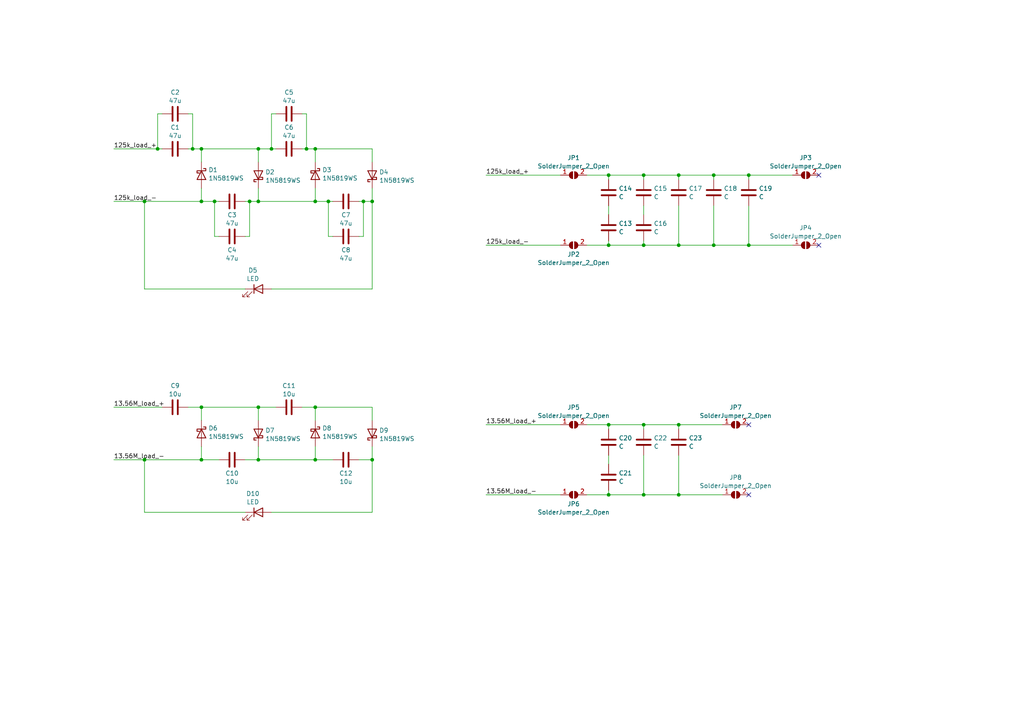
<source format=kicad_sch>
(kicad_sch (version 20230121) (generator eeschema)
  (paper "A4")
  (lib_symbols
    (symbol "Device:C" (pin_numbers hide) (pin_names (offset 0.254))
      (property "Reference" "C" (at 0.635 2.54 0))
      (property "Value" "C" (at 0.635 -2.54 0))
      (symbol "C_0_1"
        (polyline (pts (xy -2.032 -0.762) (xy 2.032 -0.762)) (stroke (width 0.508)))
        (polyline (pts (xy -2.032 0.762) (xy 2.032 0.762)) (stroke (width 0.508)))
      )
      (symbol "C_1_1"
        (pin passive line (at 0 3.81 270) (length 2.794) (name "~") (number "1"))
        (pin passive line (at 0 -3.81 90) (length 2.794) (name "~") (number "2"))
      )
    )
    (symbol "Device:LED" (pin_numbers hide) (pin_names (offset 1.016) hide)
      (property "Reference" "D" (at 0 2.54 0))
      (property "Value" "LED" (at 0 -2.54 0))
      (symbol "LED_0_1"
        (polyline (pts (xy -1.27 -1.27) (xy -1.27 1.27)) (stroke (width 0.254)))
        (polyline (pts (xy -1.27 0) (xy 1.27 0)))
        (polyline (pts (xy 1.27 -1.27) (xy 1.27 1.27) (xy -1.27 0) (xy 1.27 -1.27)) (stroke (width 0.254)))
        (polyline (pts (xy -3.048 -0.762) (xy -4.572 -2.286) (xy -3.81 -2.286) (xy -4.572 -2.286) (xy -4.572 -1.524)))
        (polyline (pts (xy -1.778 -0.762) (xy -3.302 -2.286) (xy -2.54 -2.286) (xy -3.302 -2.286) (xy -3.302 -1.524)))
      )
      (symbol "LED_1_1"
        (pin passive line (at -3.81 0 0) (length 2.54) (name "K") (number "1"))
        (pin passive line (at 3.81 0 180) (length 2.54) (name "A") (number "2"))
      )
    )
    (symbol "Diode:1N5819WS" (pin_numbers hide) (pin_names (offset 1.016) hide)
      (property "Reference" "D" (at 0 2.54 0))
      (property "Value" "1N5819WS" (at 0 -2.54 0))
      (symbol "1N5819WS_0_1"
        (polyline (pts (xy 1.27 0) (xy -1.27 0)))
        (polyline (pts (xy 1.27 1.27) (xy 1.27 -1.27) (xy -1.27 0) (xy 1.27 1.27)) (stroke (width 0.254)))
        (polyline (pts (xy -1.905 0.635) (xy -1.905 1.27) (xy -1.27 1.27) (xy -1.27 -1.27) (xy -0.635 -1.27) (xy -0.635 -0.635)) (stroke (width 0.254)))
      )
      (symbol "1N5819WS_1_1"
        (pin passive line (at -3.81 0 0) (length 2.54) (name "K") (number "1"))
        (pin passive line (at 3.81 0 180) (length 2.54) (name "A") (number "2"))
      )
    )
    (symbol "Jumper:SolderJumper_2_Open" (pin_names (offset 0) hide)
      (property "Reference" "JP" (at 0 2.032 0))
      (property "Value" "SolderJumper_2_Open" (at 0 -2.54 0))
      (symbol "SolderJumper_2_Open_0_1"
        (arc (start -0.254 1.016) (mid -1.2656 0) (end -0.254 -1.016))
        (arc (start -0.254 1.016) (mid -1.2656 0) (end -0.254 -1.016) (fill (type outline)))
        (polyline (pts (xy -0.254 1.016) (xy -0.254 -1.016)))
        (polyline (pts (xy 0.254 1.016) (xy 0.254 -1.016)))
        (arc (start 0.254 -1.016) (mid 1.2656 0) (end 0.254 1.016))
        (arc (start 0.254 -1.016) (mid 1.2656 0) (end 0.254 1.016) (fill (type outline)))
      )
      (symbol "SolderJumper_2_Open_1_1"
        (pin passive line (at -3.81 0 0) (length 2.54) (name "A") (number "1"))
        (pin passive line (at 3.81 0 180) (length 2.54) (name "B") (number "2"))
      )
    )
  )
  (junction (at 95.25 58.42))
  (junction (at 186.69 143.51))
  (junction (at 176.53 143.51))
  (junction (at 217.17 50.8))
  (junction (at 196.85 71.12))
  (junction (at 91.44 118.11))
  (junction (at 91.44 43.18))
  (junction (at 207.01 71.12))
  (junction (at 207.01 50.8))
  (junction (at 41.91 58.42))
  (junction (at 62.23 58.42))
  (junction (at 186.69 123.19))
  (junction (at 186.69 71.12))
  (junction (at 58.42 118.11))
  (junction (at 74.93 133.35))
  (junction (at 217.17 71.12))
  (junction (at 107.95 133.35))
  (junction (at 176.53 123.19))
  (junction (at 45.72 43.18))
  (junction (at 107.95 58.42))
  (junction (at 58.42 43.18))
  (junction (at 176.53 71.12))
  (junction (at 88.9 43.18))
  (junction (at 74.93 118.11))
  (junction (at 58.42 133.35))
  (junction (at 74.93 43.18))
  (junction (at 196.85 50.8))
  (junction (at 74.93 58.42))
  (junction (at 196.85 143.51))
  (junction (at 186.69 50.8))
  (junction (at 72.39 58.42))
  (junction (at 91.44 58.42))
  (junction (at 91.44 133.35))
  (junction (at 196.85 123.19))
  (junction (at 55.88 43.18))
  (junction (at 105.41 58.42))
  (junction (at 176.53 50.8))
  (junction (at 58.42 58.42))
  (junction (at 78.74 43.18))
  (junction (at 41.91 133.35))
  (no_connect (at 237.49 50.8))
  (no_connect (at 217.17 123.19))
  (no_connect (at 237.49 71.12))
  (no_connect (at 217.17 143.51))
  (wire (pts (xy 96.52 58.42) (xy 95.25 58.42)))
  (wire (pts (xy 107.95 58.42) (xy 107.95 83.82)))
  (wire (pts (xy 58.42 129.54) (xy 58.42 133.35)))
  (wire (pts (xy 217.17 71.12) (xy 229.87 71.12)))
  (wire (pts (xy 140.97 123.19) (xy 162.56 123.19)))
  (wire (pts (xy 95.25 68.58) (xy 95.25 58.42)))
  (wire (pts (xy 46.99 43.18) (xy 45.72 43.18)))
  (wire (pts (xy 186.69 123.19) (xy 196.85 123.19)))
  (wire (pts (xy 196.85 59.69) (xy 196.85 71.12)))
  (wire (pts (xy 58.42 46.99) (xy 58.42 43.18)))
  (wire (pts (xy 207.01 71.12) (xy 196.85 71.12)))
  (wire (pts (xy 58.42 118.11) (xy 74.93 118.11)))
  (wire (pts (xy 196.85 123.19) (xy 196.85 124.46)))
  (wire (pts (xy 96.52 68.58) (xy 95.25 68.58)))
  (wire (pts (xy 91.44 58.42) (xy 91.44 54.61)))
  (wire (pts (xy 74.93 46.99) (xy 74.93 43.18)))
  (wire (pts (xy 107.95 148.59) (xy 78.74 148.59)))
  (wire (pts (xy 33.02 43.18) (xy 45.72 43.18)))
  (wire (pts (xy 74.93 43.18) (xy 78.74 43.18)))
  (wire (pts (xy 217.17 59.69) (xy 217.17 71.12)))
  (wire (pts (xy 186.69 50.8) (xy 186.69 52.07)))
  (wire (pts (xy 186.69 143.51) (xy 196.85 143.51)))
  (wire (pts (xy 87.63 43.18) (xy 88.9 43.18)))
  (wire (pts (xy 33.02 118.11) (xy 46.99 118.11)))
  (wire (pts (xy 107.95 43.18) (xy 91.44 43.18)))
  (wire (pts (xy 104.14 68.58) (xy 105.41 68.58)))
  (wire (pts (xy 33.02 58.42) (xy 41.91 58.42)))
  (wire (pts (xy 186.69 123.19) (xy 186.69 124.46)))
  (wire (pts (xy 55.88 33.02) (xy 55.88 43.18)))
  (wire (pts (xy 91.44 133.35) (xy 96.52 133.35)))
  (wire (pts (xy 140.97 50.8) (xy 162.56 50.8)))
  (wire (pts (xy 176.53 59.69) (xy 176.53 62.23)))
  (wire (pts (xy 54.61 43.18) (xy 55.88 43.18)))
  (wire (pts (xy 107.95 83.82) (xy 78.74 83.82)))
  (wire (pts (xy 46.99 33.02) (xy 45.72 33.02)))
  (wire (pts (xy 74.93 133.35) (xy 91.44 133.35)))
  (wire (pts (xy 196.85 50.8) (xy 196.85 52.07)))
  (wire (pts (xy 74.93 58.42) (xy 91.44 58.42)))
  (wire (pts (xy 41.91 58.42) (xy 58.42 58.42)))
  (wire (pts (xy 176.53 50.8) (xy 176.53 52.07)))
  (wire (pts (xy 87.63 118.11) (xy 91.44 118.11)))
  (wire (pts (xy 54.61 118.11) (xy 58.42 118.11)))
  (wire (pts (xy 207.01 50.8) (xy 207.01 52.07)))
  (wire (pts (xy 140.97 71.12) (xy 162.56 71.12)))
  (wire (pts (xy 217.17 50.8) (xy 229.87 50.8)))
  (wire (pts (xy 170.18 71.12) (xy 176.53 71.12)))
  (wire (pts (xy 71.12 58.42) (xy 72.39 58.42)))
  (wire (pts (xy 186.69 132.08) (xy 186.69 143.51)))
  (wire (pts (xy 72.39 58.42) (xy 74.93 58.42)))
  (wire (pts (xy 74.93 58.42) (xy 74.93 54.61)))
  (wire (pts (xy 71.12 133.35) (xy 74.93 133.35)))
  (wire (pts (xy 62.23 68.58) (xy 62.23 58.42)))
  (wire (pts (xy 186.69 71.12) (xy 196.85 71.12)))
  (wire (pts (xy 186.69 59.69) (xy 186.69 62.23)))
  (wire (pts (xy 176.53 123.19) (xy 176.53 124.46)))
  (wire (pts (xy 176.53 50.8) (xy 186.69 50.8)))
  (wire (pts (xy 207.01 50.8) (xy 217.17 50.8)))
  (wire (pts (xy 72.39 68.58) (xy 72.39 58.42)))
  (wire (pts (xy 170.18 143.51) (xy 176.53 143.51)))
  (wire (pts (xy 74.93 118.11) (xy 80.01 118.11)))
  (wire (pts (xy 107.95 46.99) (xy 107.95 43.18)))
  (wire (pts (xy 58.42 43.18) (xy 74.93 43.18)))
  (wire (pts (xy 107.95 133.35) (xy 107.95 129.54)))
  (wire (pts (xy 87.63 33.02) (xy 88.9 33.02)))
  (wire (pts (xy 80.01 33.02) (xy 78.74 33.02)))
  (wire (pts (xy 63.5 68.58) (xy 62.23 68.58)))
  (wire (pts (xy 105.41 68.58) (xy 105.41 58.42)))
  (wire (pts (xy 41.91 148.59) (xy 41.91 133.35)))
  (wire (pts (xy 107.95 118.11) (xy 91.44 118.11)))
  (wire (pts (xy 95.25 58.42) (xy 91.44 58.42)))
  (wire (pts (xy 186.69 69.85) (xy 186.69 71.12)))
  (wire (pts (xy 196.85 132.08) (xy 196.85 143.51)))
  (wire (pts (xy 140.97 143.51) (xy 162.56 143.51)))
  (wire (pts (xy 207.01 59.69) (xy 207.01 71.12)))
  (wire (pts (xy 78.74 33.02) (xy 78.74 43.18)))
  (wire (pts (xy 107.95 121.92) (xy 107.95 118.11)))
  (wire (pts (xy 71.12 68.58) (xy 72.39 68.58)))
  (wire (pts (xy 176.53 143.51) (xy 186.69 143.51)))
  (wire (pts (xy 196.85 143.51) (xy 209.55 143.51)))
  (wire (pts (xy 217.17 52.07) (xy 217.17 50.8)))
  (wire (pts (xy 176.53 123.19) (xy 186.69 123.19)))
  (wire (pts (xy 41.91 83.82) (xy 41.91 58.42)))
  (wire (pts (xy 33.02 133.35) (xy 41.91 133.35)))
  (wire (pts (xy 104.14 58.42) (xy 105.41 58.42)))
  (wire (pts (xy 78.74 43.18) (xy 80.01 43.18)))
  (wire (pts (xy 91.44 43.18) (xy 91.44 46.99)))
  (wire (pts (xy 55.88 43.18) (xy 58.42 43.18)))
  (wire (pts (xy 105.41 58.42) (xy 107.95 58.42)))
  (wire (pts (xy 74.93 121.92) (xy 74.93 118.11)))
  (wire (pts (xy 91.44 118.11) (xy 91.44 121.92)))
  (wire (pts (xy 41.91 133.35) (xy 58.42 133.35)))
  (wire (pts (xy 107.95 58.42) (xy 107.95 54.61)))
  (wire (pts (xy 176.53 132.08) (xy 176.53 134.62)))
  (wire (pts (xy 107.95 133.35) (xy 107.95 148.59)))
  (wire (pts (xy 45.72 33.02) (xy 45.72 43.18)))
  (wire (pts (xy 186.69 50.8) (xy 196.85 50.8)))
  (wire (pts (xy 62.23 58.42) (xy 63.5 58.42)))
  (wire (pts (xy 170.18 123.19) (xy 176.53 123.19)))
  (wire (pts (xy 58.42 54.61) (xy 58.42 58.42)))
  (wire (pts (xy 217.17 71.12) (xy 207.01 71.12)))
  (wire (pts (xy 58.42 58.42) (xy 62.23 58.42)))
  (wire (pts (xy 88.9 33.02) (xy 88.9 43.18)))
  (wire (pts (xy 58.42 121.92) (xy 58.42 118.11)))
  (wire (pts (xy 170.18 50.8) (xy 176.53 50.8)))
  (wire (pts (xy 71.12 148.59) (xy 41.91 148.59)))
  (wire (pts (xy 176.53 71.12) (xy 186.69 71.12)))
  (wire (pts (xy 58.42 133.35) (xy 63.5 133.35)))
  (wire (pts (xy 71.12 83.82) (xy 41.91 83.82)))
  (wire (pts (xy 88.9 43.18) (xy 91.44 43.18)))
  (wire (pts (xy 196.85 123.19) (xy 209.55 123.19)))
  (wire (pts (xy 104.14 133.35) (xy 107.95 133.35)))
  (wire (pts (xy 74.93 133.35) (xy 74.93 129.54)))
  (wire (pts (xy 196.85 50.8) (xy 207.01 50.8)))
  (wire (pts (xy 91.44 133.35) (xy 91.44 129.54)))
  (wire (pts (xy 176.53 69.85) (xy 176.53 71.12)))
  (wire (pts (xy 176.53 142.24) (xy 176.53 143.51)))
  (wire (pts (xy 54.61 33.02) (xy 55.88 33.02)))
  (label "13.56M_load_-" (at 140.97 143.51 0))
  (label "13.56M_load_+" (at 140.97 123.19 0))
  (label "125k_load_-" (at 33.02 58.42 0))
  (label "125k_load_+" (at 140.97 50.8 0))
  (label "125k_load_-" (at 140.97 71.12 0))
  (label "125k_load_+" (at 33.02 43.18 0))
  (label "13.56M_load_-" (at 33.02 133.35 0))
  (label "13.56M_load_+" (at 33.02 118.11 0))
  (symbol (lib_id "Device:C") (at 217.17 55.88 180) (unit 1)
    (property "Reference" "C19" (at 220.091 54.6679 0) (effects (justify right)))
    (property "Value" "C" (at 220.091 57.0921 0) (effects (justify right)))
    (property "Footprint" "Capacitor_SMD:C_0603_1608Metric_Pad1.08x0.95mm_HandSolder" (effects hide))
  )
  (symbol (lib_id "Device:C") (at 50.8 33.02 90) (unit 1)
    (property "Reference" "C2" (at 50.8 26.7858 90))
    (property "Value" "47u" (at 50.8 29.21 90))
    (property "Footprint" "Capacitor_SMD:C_0603_1608Metric_Pad1.08x0.95mm_HandSolder" (effects hide))
  )
  (symbol (lib_id "Jumper:SolderJumper_2_Open") (at 233.68 71.12 0) (unit 1)
    (property "Reference" "JP4" (at 233.68 66.0867 0))
    (property "Value" "SolderJumper_2_Open" (at 233.68 68.5109 0))
    (property "Footprint" "Jumper:SolderJumper-2_P1.3mm_Open_RoundedPad1.0x1.5mm" (effects hide))
  )
  (symbol (lib_id "Jumper:SolderJumper_2_Open") (at 166.37 50.8 0) (unit 1)
    (property "Reference" "JP1" (at 166.37 45.7667 0))
    (property "Value" "SolderJumper_2_Open" (at 166.37 48.1909 0))
    (property "Footprint" "Jumper:SolderJumper-2_P1.3mm_Open_RoundedPad1.0x1.5mm" (effects hide))
  )
  (symbol (lib_id "Device:C") (at 186.69 128.27 0) (unit 1)
    (property "Reference" "C22" (at 189.611 127.0579 0) (effects (justify left)))
    (property "Value" "C" (at 189.611 129.4821 0) (effects (justify left)))
    (property "Footprint" "Capacitor_SMD:C_0603_1608Metric_Pad1.08x0.95mm_HandSolder" (effects hide))
  )
  (symbol (lib_id "Diode:1N5819WS") (at 74.93 125.73 90) (unit 1)
    (property "Reference" "D7" (at 76.962 124.8354 90) (effects (justify right)))
    (property "Value" "1N5819WS" (at 76.962 127.2596 90) (effects (justify right)))
    (property "Footprint" "Diode_SMD:D_SOD-323_HandSoldering" (effects hide))
    (property "Datasheet" "https://datasheet.lcsc.com/lcsc/2204281430_Guangdong-Hottech-1N5819WS_C191023.pdf" (effects hide))
  )
  (symbol (lib_id "Jumper:SolderJumper_2_Open") (at 213.36 123.19 0) (unit 1)
    (property "Reference" "JP7" (at 213.36 118.1567 0))
    (property "Value" "SolderJumper_2_Open" (at 213.36 120.5809 0))
    (property "Footprint" "Jumper:SolderJumper-2_P1.3mm_Open_RoundedPad1.0x1.5mm" (effects hide))
  )
  (symbol (lib_id "Device:LED") (at 74.93 148.59 0) (unit 1)
    (property "Reference" "D10" (at 73.3425 143.1757 0))
    (property "Value" "LED" (at 73.3425 145.5999 0))
    (property "Footprint" "LED_SMD:LED_0603_1608Metric_Pad1.05x0.95mm_HandSolder" (effects hide))
  )
  (symbol (lib_id "Jumper:SolderJumper_2_Open") (at 166.37 123.19 0) (unit 1)
    (property "Reference" "JP5" (at 166.37 118.1567 0))
    (property "Value" "SolderJumper_2_Open" (at 166.37 120.5809 0))
    (property "Footprint" "Jumper:SolderJumper-2_P1.3mm_Open_RoundedPad1.0x1.5mm" (effects hide))
  )
  (symbol (lib_id "Jumper:SolderJumper_2_Open") (at 166.37 71.12 0) (unit 1)
    (property "Reference" "JP2" (at 166.37 73.7758 0))
    (property "Value" "SolderJumper_2_Open" (at 166.37 76.2 0))
    (property "Footprint" "Jumper:SolderJumper-2_P1.3mm_Open_RoundedPad1.0x1.5mm" (effects hide))
  )
  (symbol (lib_id "Device:LED") (at 74.93 83.82 0) (unit 1)
    (property "Reference" "D5" (at 73.3425 78.4057 0))
    (property "Value" "LED" (at 73.3425 80.8299 0))
    (property "Footprint" "LED_SMD:LED_0603_1608Metric_Pad1.05x0.95mm_HandSolder" (effects hide))
  )
  (symbol (lib_id "Device:C") (at 196.85 55.88 180) (unit 1)
    (property "Reference" "C17" (at 199.771 54.6679 0) (effects (justify right)))
    (property "Value" "C" (at 199.771 57.0921 0) (effects (justify right)))
    (property "Footprint" "Capacitor_SMD:C_0603_1608Metric_Pad1.08x0.95mm_HandSolder" (effects hide))
  )
  (symbol (lib_id "Jumper:SolderJumper_2_Open") (at 166.37 143.51 0) (unit 1)
    (property "Reference" "JP6" (at 166.37 146.1658 0))
    (property "Value" "SolderJumper_2_Open" (at 166.37 148.59 0))
    (property "Footprint" "Jumper:SolderJumper-2_P1.3mm_Open_RoundedPad1.0x1.5mm" (effects hide))
  )
  (symbol (lib_id "Device:C") (at 83.82 33.02 90) (unit 1)
    (property "Reference" "C5" (at 83.82 26.7858 90))
    (property "Value" "47u" (at 83.82 29.21 90))
    (property "Footprint" "Capacitor_SMD:C_0603_1608Metric_Pad1.08x0.95mm_HandSolder" (effects hide))
  )
  (symbol (lib_id "Diode:1N5819WS") (at 107.95 125.73 90) (unit 1)
    (property "Reference" "D9" (at 109.982 124.8354 90) (effects (justify right)))
    (property "Value" "1N5819WS" (at 109.982 127.2596 90) (effects (justify right)))
    (property "Footprint" "Diode_SMD:D_SOD-323_HandSoldering" (effects hide))
    (property "Datasheet" "https://datasheet.lcsc.com/lcsc/2204281430_Guangdong-Hottech-1N5819WS_C191023.pdf" (effects hide))
  )
  (symbol (lib_id "Device:C") (at 176.53 55.88 180) (unit 1)
    (property "Reference" "C14" (at 179.451 54.6679 0) (effects (justify right)))
    (property "Value" "C" (at 179.451 57.0921 0) (effects (justify right)))
    (property "Footprint" "Capacitor_SMD:C_0603_1608Metric_Pad1.08x0.95mm_HandSolder" (effects hide))
  )
  (symbol (lib_id "Device:C") (at 67.31 58.42 90) (unit 1)
    (property "Reference" "C3" (at 67.31 62.3458 90))
    (property "Value" "47u" (at 67.31 64.77 90))
    (property "Footprint" "Capacitor_SMD:C_0603_1608Metric_Pad1.08x0.95mm_HandSolder" (effects hide))
  )
  (symbol (lib_id "Device:C") (at 100.33 68.58 90) (unit 1)
    (property "Reference" "C8" (at 100.33 72.5058 90))
    (property "Value" "47u" (at 100.33 74.93 90))
    (property "Footprint" "Capacitor_SMD:C_0603_1608Metric_Pad1.08x0.95mm_HandSolder" (effects hide))
  )
  (symbol (lib_id "Diode:1N5819WS") (at 58.42 50.8 270) (unit 1)
    (property "Reference" "D1" (at 60.452 49.2704 90) (effects (justify left)))
    (property "Value" "1N5819WS" (at 60.452 51.6946 90) (effects (justify left)))
    (property "Footprint" "Diode_SMD:D_SOD-323_HandSoldering" (effects hide))
    (property "Datasheet" "https://datasheet.lcsc.com/lcsc/2204281430_Guangdong-Hottech-1N5819WS_C191023.pdf" (effects hide))
  )
  (symbol (lib_id "Device:C") (at 100.33 133.35 90) (unit 1)
    (property "Reference" "C12" (at 100.33 137.2758 90))
    (property "Value" "10u" (at 100.33 139.7 90))
    (property "Footprint" "Capacitor_SMD:C_0603_1608Metric_Pad1.08x0.95mm_HandSolder" (effects hide))
  )
  (symbol (lib_id "Device:C") (at 176.53 138.43 0) (unit 1)
    (property "Reference" "C21" (at 179.451 137.2179 0) (effects (justify left)))
    (property "Value" "C" (at 179.451 139.6421 0) (effects (justify left)))
    (property "Footprint" "Capacitor_SMD:C_0603_1608Metric_Pad1.08x0.95mm_HandSolder" (effects hide))
  )
  (symbol (lib_id "Device:C") (at 50.8 43.18 90) (unit 1)
    (property "Reference" "C1" (at 50.8 36.9458 90))
    (property "Value" "47u" (at 50.8 39.37 90))
    (property "Footprint" "Capacitor_SMD:C_0603_1608Metric_Pad1.08x0.95mm_HandSolder" (effects hide))
  )
  (symbol (lib_id "Device:C") (at 100.33 58.42 90) (unit 1)
    (property "Reference" "C7" (at 100.33 62.3458 90))
    (property "Value" "47u" (at 100.33 64.77 90))
    (property "Footprint" "Capacitor_SMD:C_0603_1608Metric_Pad1.08x0.95mm_HandSolder" (effects hide))
  )
  (symbol (lib_id "Jumper:SolderJumper_2_Open") (at 213.36 143.51 0) (unit 1)
    (property "Reference" "JP8" (at 213.36 138.4767 0))
    (property "Value" "SolderJumper_2_Open" (at 213.36 140.9009 0))
    (property "Footprint" "Jumper:SolderJumper-2_P1.3mm_Open_RoundedPad1.0x1.5mm" (effects hide))
  )
  (symbol (lib_id "Diode:1N5819WS") (at 74.93 50.8 90) (unit 1)
    (property "Reference" "D2" (at 76.962 49.9054 90) (effects (justify right)))
    (property "Value" "1N5819WS" (at 76.962 52.3296 90) (effects (justify right)))
    (property "Footprint" "Diode_SMD:D_SOD-323_HandSoldering" (effects hide))
    (property "Datasheet" "https://datasheet.lcsc.com/lcsc/2204281430_Guangdong-Hottech-1N5819WS_C191023.pdf" (effects hide))
  )
  (symbol (lib_id "Device:C") (at 67.31 133.35 90) (unit 1)
    (property "Reference" "C10" (at 67.31 137.2758 90))
    (property "Value" "10u" (at 67.31 139.7 90))
    (property "Footprint" "Capacitor_SMD:C_0603_1608Metric_Pad1.08x0.95mm_HandSolder" (effects hide))
  )
  (symbol (lib_id "Diode:1N5819WS") (at 91.44 50.8 270) (unit 1)
    (property "Reference" "D3" (at 93.472 49.2704 90) (effects (justify left)))
    (property "Value" "1N5819WS" (at 93.472 51.6946 90) (effects (justify left)))
    (property "Footprint" "Diode_SMD:D_SOD-323_HandSoldering" (effects hide))
    (property "Datasheet" "https://datasheet.lcsc.com/lcsc/2204281430_Guangdong-Hottech-1N5819WS_C191023.pdf" (effects hide))
  )
  (symbol (lib_id "Jumper:SolderJumper_2_Open") (at 233.68 50.8 0) (unit 1)
    (property "Reference" "JP3" (at 233.68 45.7667 0))
    (property "Value" "SolderJumper_2_Open" (at 233.68 48.1909 0))
    (property "Footprint" "Jumper:SolderJumper-2_P1.3mm_Open_RoundedPad1.0x1.5mm" (effects hide))
  )
  (symbol (lib_id "Device:C") (at 67.31 68.58 90) (unit 1)
    (property "Reference" "C4" (at 67.31 72.5058 90))
    (property "Value" "47u" (at 67.31 74.93 90))
    (property "Footprint" "Capacitor_SMD:C_0603_1608Metric_Pad1.08x0.95mm_HandSolder" (effects hide))
  )
  (symbol (lib_id "Device:C") (at 207.01 55.88 180) (unit 1)
    (property "Reference" "C18" (at 209.931 54.6679 0) (effects (justify right)))
    (property "Value" "C" (at 209.931 57.0921 0) (effects (justify right)))
    (property "Footprint" "Capacitor_SMD:C_0603_1608Metric_Pad1.08x0.95mm_HandSolder" (effects hide))
  )
  (symbol (lib_id "Diode:1N5819WS") (at 58.42 125.73 270) (unit 1)
    (property "Reference" "D6" (at 60.452 124.2004 90) (effects (justify left)))
    (property "Value" "1N5819WS" (at 60.452 126.6246 90) (effects (justify left)))
    (property "Footprint" "Diode_SMD:D_SOD-323_HandSoldering" (effects hide))
    (property "Datasheet" "https://datasheet.lcsc.com/lcsc/2204281430_Guangdong-Hottech-1N5819WS_C191023.pdf" (effects hide))
  )
  (symbol (lib_id "Device:C") (at 196.85 128.27 0) (unit 1)
    (property "Reference" "C23" (at 199.771 127.0579 0) (effects (justify left)))
    (property "Value" "C" (at 199.771 129.4821 0) (effects (justify left)))
    (property "Footprint" "Capacitor_SMD:C_0603_1608Metric_Pad1.08x0.95mm_HandSolder" (effects hide))
  )
  (symbol (lib_id "Device:C") (at 186.69 55.88 0) (unit 1)
    (property "Reference" "C15" (at 189.611 54.6679 0) (effects (justify left)))
    (property "Value" "C" (at 189.611 57.0921 0) (effects (justify left)))
    (property "Footprint" "Capacitor_SMD:C_0603_1608Metric_Pad1.08x0.95mm_HandSolder" (effects hide))
  )
  (symbol (lib_id "Diode:1N5819WS") (at 91.44 125.73 270) (unit 1)
    (property "Reference" "D8" (at 93.472 124.2004 90) (effects (justify left)))
    (property "Value" "1N5819WS" (at 93.472 126.6246 90) (effects (justify left)))
    (property "Footprint" "Diode_SMD:D_SOD-323_HandSoldering" (effects hide))
    (property "Datasheet" "https://datasheet.lcsc.com/lcsc/2204281430_Guangdong-Hottech-1N5819WS_C191023.pdf" (effects hide))
  )
  (symbol (lib_id "Device:C") (at 176.53 128.27 180) (unit 1)
    (property "Reference" "C20" (at 179.451 127.0579 0) (effects (justify right)))
    (property "Value" "C" (at 179.451 129.4821 0) (effects (justify right)))
    (property "Footprint" "Capacitor_SMD:C_0603_1608Metric_Pad1.08x0.95mm_HandSolder" (effects hide))
  )
  (symbol (lib_id "Diode:1N5819WS") (at 107.95 50.8 90) (unit 1)
    (property "Reference" "D4" (at 109.982 49.9054 90) (effects (justify right)))
    (property "Value" "1N5819WS" (at 109.982 52.3296 90) (effects (justify right)))
    (property "Footprint" "Diode_SMD:D_SOD-323_HandSoldering" (effects hide))
    (property "Datasheet" "https://datasheet.lcsc.com/lcsc/2204281430_Guangdong-Hottech-1N5819WS_C191023.pdf" (effects hide))
  )
  (symbol (lib_id "Device:C") (at 83.82 43.18 90) (unit 1)
    (property "Reference" "C6" (at 83.82 36.9458 90))
    (property "Value" "47u" (at 83.82 39.37 90))
    (property "Footprint" "Capacitor_SMD:C_0603_1608Metric_Pad1.08x0.95mm_HandSolder" (effects hide))
  )
  (symbol (lib_id "Device:C") (at 50.8 118.11 90) (unit 1)
    (property "Reference" "C9" (at 50.8 111.8758 90))
    (property "Value" "10u" (at 50.8 114.3 90))
    (property "Footprint" "Capacitor_SMD:C_0603_1608Metric_Pad1.08x0.95mm_HandSolder" (effects hide))
  )
  (symbol (lib_id "Device:C") (at 176.53 66.04 0) (unit 1)
    (property "Reference" "C13" (at 179.451 64.8279 0) (effects (justify left)))
    (property "Value" "C" (at 179.451 67.2521 0) (effects (justify left)))
    (property "Footprint" "Capacitor_SMD:C_0603_1608Metric_Pad1.08x0.95mm_HandSolder" (effects hide))
  )
  (symbol (lib_id "Device:C") (at 186.69 66.04 0) (unit 1)
    (property "Reference" "C16" (at 189.611 64.8279 0) (effects (justify left)))
    (property "Value" "C" (at 189.611 67.2521 0) (effects (justify left)))
    (property "Footprint" "Capacitor_SMD:C_0603_1608Metric_Pad1.08x0.95mm_HandSolder" (effects hide))
  )
  (symbol (lib_id "Device:C") (at 83.82 118.11 90) (unit 1)
    (property "Reference" "C11" (at 83.82 111.8758 90))
    (property "Value" "10u" (at 83.82 114.3 90))
    (property "Footprint" "Capacitor_SMD:C_0603_1608Metric_Pad1.08x0.95mm_HandSolder" (effects hide))
  )
)
</source>
